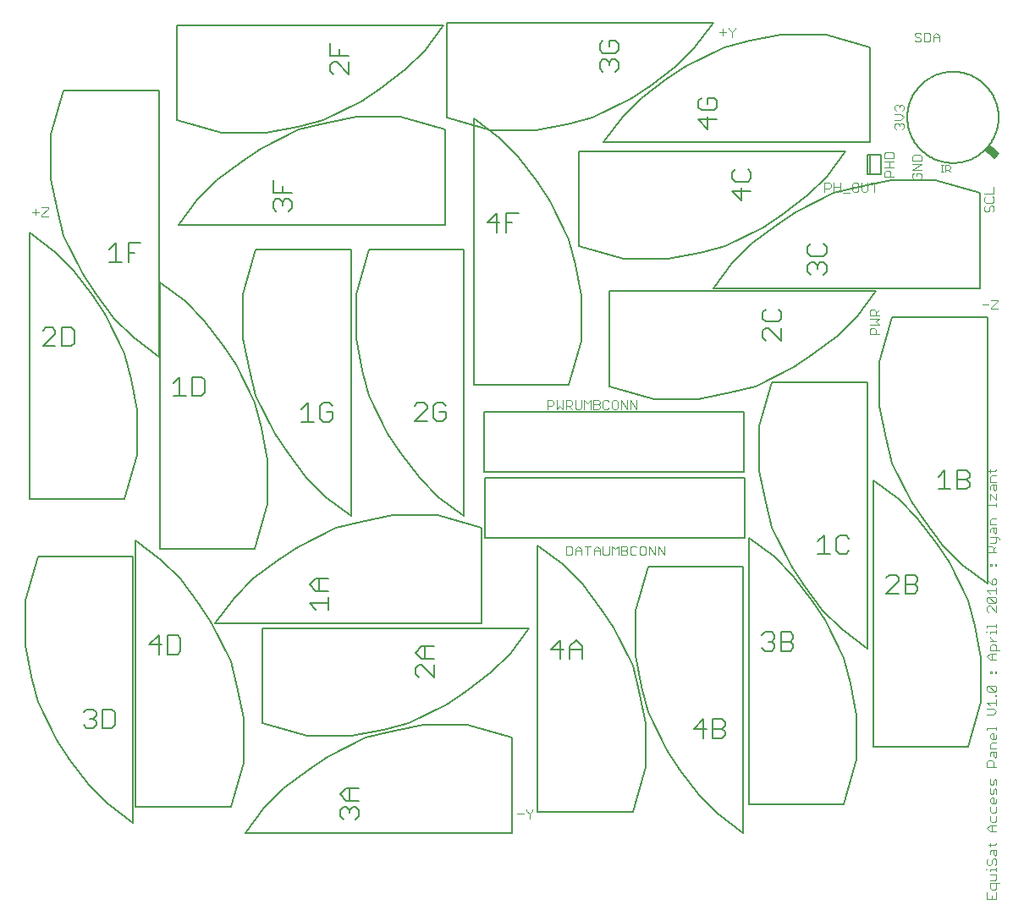
<source format=gto>
G75*
%MOIN*%
%OFA0B0*%
%FSLAX25Y25*%
%IPPOS*%
%LPD*%
%AMOC8*
5,1,8,0,0,1.08239X$1,22.5*
%
%ADD10C,0.00300*%
%ADD11C,0.00500*%
%ADD12C,0.00600*%
%ADD13C,0.00787*%
%ADD14C,0.00197*%
%ADD15C,0.00200*%
D10*
X0261977Y0056120D02*
X0264404Y0056120D01*
X0265602Y0057333D02*
X0266815Y0056120D01*
X0266815Y0054300D01*
X0266815Y0056120D02*
X0268029Y0057333D01*
X0268029Y0057940D01*
X0265602Y0057940D02*
X0265602Y0057333D01*
X0281195Y0158079D02*
X0283015Y0158079D01*
X0283621Y0158686D01*
X0283621Y0161113D01*
X0283015Y0161719D01*
X0281195Y0161719D01*
X0281195Y0158079D01*
X0284820Y0158079D02*
X0284820Y0160506D01*
X0286033Y0161719D01*
X0287247Y0160506D01*
X0287247Y0158079D01*
X0287247Y0159899D02*
X0284820Y0159899D01*
X0288445Y0161719D02*
X0290872Y0161719D01*
X0289658Y0161719D02*
X0289658Y0158079D01*
X0292070Y0158079D02*
X0292070Y0160506D01*
X0293283Y0161719D01*
X0294497Y0160506D01*
X0294497Y0158079D01*
X0295695Y0158686D02*
X0296302Y0158079D01*
X0297515Y0158079D01*
X0298122Y0158686D01*
X0298122Y0161719D01*
X0299320Y0161719D02*
X0300534Y0160506D01*
X0301747Y0161719D01*
X0301747Y0158079D01*
X0302945Y0158079D02*
X0304766Y0158079D01*
X0305372Y0158686D01*
X0305372Y0159292D01*
X0304766Y0159899D01*
X0302945Y0159899D01*
X0302945Y0158079D02*
X0302945Y0161719D01*
X0304766Y0161719D01*
X0305372Y0161113D01*
X0305372Y0160506D01*
X0304766Y0159899D01*
X0306571Y0158686D02*
X0307177Y0158079D01*
X0308391Y0158079D01*
X0308997Y0158686D01*
X0310196Y0158686D02*
X0310802Y0158079D01*
X0312016Y0158079D01*
X0312622Y0158686D01*
X0312622Y0161113D01*
X0312016Y0161719D01*
X0310802Y0161719D01*
X0310196Y0161113D01*
X0310196Y0158686D01*
X0308997Y0161113D02*
X0308391Y0161719D01*
X0307177Y0161719D01*
X0306571Y0161113D01*
X0306571Y0158686D01*
X0313821Y0158079D02*
X0313821Y0161719D01*
X0316248Y0158079D01*
X0316248Y0161719D01*
X0317446Y0161719D02*
X0319873Y0158079D01*
X0319873Y0161719D01*
X0317446Y0161719D02*
X0317446Y0158079D01*
X0299320Y0158079D02*
X0299320Y0161719D01*
X0295695Y0161719D02*
X0295695Y0158686D01*
X0294497Y0159899D02*
X0292070Y0159899D01*
X0291961Y0215599D02*
X0293781Y0215599D01*
X0294388Y0216205D01*
X0294388Y0216812D01*
X0293781Y0217419D01*
X0291961Y0217419D01*
X0291961Y0219239D02*
X0293781Y0219239D01*
X0294388Y0218632D01*
X0294388Y0218026D01*
X0293781Y0217419D01*
X0295586Y0218632D02*
X0295586Y0216205D01*
X0296193Y0215599D01*
X0297406Y0215599D01*
X0298013Y0216205D01*
X0299212Y0216205D02*
X0299818Y0215599D01*
X0301032Y0215599D01*
X0301638Y0216205D01*
X0301638Y0218632D01*
X0301032Y0219239D01*
X0299818Y0219239D01*
X0299212Y0218632D01*
X0299212Y0216205D01*
X0298013Y0218632D02*
X0297406Y0219239D01*
X0296193Y0219239D01*
X0295586Y0218632D01*
X0291961Y0219239D02*
X0291961Y0215599D01*
X0290763Y0215599D02*
X0290763Y0219239D01*
X0289549Y0218026D01*
X0288336Y0219239D01*
X0288336Y0215599D01*
X0287138Y0216205D02*
X0287138Y0219239D01*
X0284711Y0219239D02*
X0284711Y0216205D01*
X0285318Y0215599D01*
X0286531Y0215599D01*
X0287138Y0216205D01*
X0283513Y0215599D02*
X0282299Y0216812D01*
X0282906Y0216812D02*
X0281086Y0216812D01*
X0281086Y0215599D02*
X0281086Y0219239D01*
X0282906Y0219239D01*
X0283513Y0218632D01*
X0283513Y0217419D01*
X0282906Y0216812D01*
X0279887Y0215599D02*
X0279887Y0219239D01*
X0277461Y0219239D02*
X0277461Y0215599D01*
X0278674Y0216812D01*
X0279887Y0215599D01*
X0276262Y0217419D02*
X0275656Y0216812D01*
X0273836Y0216812D01*
X0273836Y0215599D02*
X0273836Y0219239D01*
X0275656Y0219239D01*
X0276262Y0218632D01*
X0276262Y0217419D01*
X0302837Y0215599D02*
X0302837Y0219239D01*
X0305263Y0215599D01*
X0305263Y0219239D01*
X0306462Y0219239D02*
X0308889Y0215599D01*
X0308889Y0219239D01*
X0306462Y0219239D02*
X0306462Y0215599D01*
X0400753Y0245244D02*
X0400753Y0247065D01*
X0401360Y0247671D01*
X0402573Y0247671D01*
X0403180Y0247065D01*
X0403180Y0245244D01*
X0404393Y0245244D02*
X0400753Y0245244D01*
X0400753Y0248870D02*
X0404393Y0248870D01*
X0403180Y0250083D01*
X0404393Y0251296D01*
X0400753Y0251296D01*
X0400753Y0252495D02*
X0400753Y0254315D01*
X0401360Y0254921D01*
X0402573Y0254921D01*
X0403180Y0254315D01*
X0403180Y0252495D01*
X0403180Y0253708D02*
X0404393Y0254921D01*
X0404393Y0252495D02*
X0400753Y0252495D01*
X0445048Y0256907D02*
X0447474Y0256907D01*
X0448673Y0255694D02*
X0448673Y0255087D01*
X0451100Y0255087D01*
X0448673Y0255694D02*
X0451100Y0258120D01*
X0451100Y0258727D01*
X0448673Y0258727D01*
X0449062Y0293424D02*
X0449669Y0294031D01*
X0449669Y0295244D01*
X0449062Y0295851D01*
X0448456Y0295851D01*
X0447849Y0295244D01*
X0447849Y0294031D01*
X0447242Y0293424D01*
X0446635Y0293424D01*
X0446029Y0294031D01*
X0446029Y0295244D01*
X0446635Y0295851D01*
X0446635Y0297049D02*
X0449062Y0297049D01*
X0449669Y0297656D01*
X0449669Y0298869D01*
X0449062Y0299476D01*
X0449669Y0300674D02*
X0449669Y0303101D01*
X0449669Y0300674D02*
X0446029Y0300674D01*
X0446635Y0299476D02*
X0446029Y0298869D01*
X0446029Y0297656D01*
X0446635Y0297049D01*
X0421126Y0306875D02*
X0421126Y0308088D01*
X0420519Y0308695D01*
X0419306Y0308695D01*
X0419306Y0307481D01*
X0420519Y0306268D02*
X0421126Y0306875D01*
X0420519Y0306268D02*
X0418092Y0306268D01*
X0417485Y0306875D01*
X0417485Y0308088D01*
X0418092Y0308695D01*
X0417485Y0309893D02*
X0421126Y0312320D01*
X0417485Y0312320D01*
X0417485Y0313518D02*
X0417485Y0315338D01*
X0418092Y0315945D01*
X0420519Y0315945D01*
X0421126Y0315338D01*
X0421126Y0313518D01*
X0417485Y0313518D01*
X0417485Y0309893D02*
X0421126Y0309893D01*
X0410240Y0310896D02*
X0406537Y0310896D01*
X0407154Y0309682D02*
X0408388Y0309682D01*
X0409005Y0309065D01*
X0409005Y0307213D01*
X0410240Y0307213D02*
X0406537Y0307213D01*
X0406537Y0309065D01*
X0407154Y0309682D01*
X0408388Y0310896D02*
X0408388Y0313365D01*
X0406537Y0313365D02*
X0410240Y0313365D01*
X0410240Y0314579D02*
X0410240Y0316431D01*
X0409623Y0317048D01*
X0407154Y0317048D01*
X0406537Y0316431D01*
X0406537Y0314579D01*
X0410240Y0314579D01*
X0403592Y0304987D02*
X0401165Y0304987D01*
X0399967Y0304987D02*
X0399967Y0301954D01*
X0399360Y0301347D01*
X0398147Y0301347D01*
X0397540Y0301954D01*
X0397540Y0304987D01*
X0396342Y0304380D02*
X0395735Y0304987D01*
X0394522Y0304987D01*
X0393915Y0304380D01*
X0393915Y0301954D01*
X0394522Y0301347D01*
X0395735Y0301347D01*
X0396342Y0301954D01*
X0396342Y0304380D01*
X0392717Y0300740D02*
X0390290Y0300740D01*
X0389092Y0301347D02*
X0389092Y0304987D01*
X0389092Y0303167D02*
X0386665Y0303167D01*
X0385466Y0303167D02*
X0384860Y0302560D01*
X0383040Y0302560D01*
X0383040Y0301347D02*
X0383040Y0304987D01*
X0384860Y0304987D01*
X0385466Y0304380D01*
X0385466Y0303167D01*
X0386665Y0301347D02*
X0386665Y0304987D01*
X0402379Y0304987D02*
X0402379Y0301347D01*
X0411202Y0325953D02*
X0410596Y0326560D01*
X0410596Y0327773D01*
X0411202Y0328380D01*
X0411809Y0328380D01*
X0412416Y0327773D01*
X0413022Y0328380D01*
X0413629Y0328380D01*
X0414236Y0327773D01*
X0414236Y0326560D01*
X0413629Y0325953D01*
X0412416Y0327167D02*
X0412416Y0327773D01*
X0413022Y0329578D02*
X0414236Y0330792D01*
X0413022Y0332005D01*
X0410596Y0332005D01*
X0411202Y0333203D02*
X0410596Y0333810D01*
X0410596Y0335023D01*
X0411202Y0335630D01*
X0411809Y0335630D01*
X0412416Y0335023D01*
X0413022Y0335630D01*
X0413629Y0335630D01*
X0414236Y0335023D01*
X0414236Y0333810D01*
X0413629Y0333203D01*
X0412416Y0334417D02*
X0412416Y0335023D01*
X0413022Y0329578D02*
X0410596Y0329578D01*
X0419080Y0360402D02*
X0418473Y0361009D01*
X0419080Y0360402D02*
X0420293Y0360402D01*
X0420900Y0361009D01*
X0420900Y0361615D01*
X0420293Y0362222D01*
X0419080Y0362222D01*
X0418473Y0362829D01*
X0418473Y0363435D01*
X0419080Y0364042D01*
X0420293Y0364042D01*
X0420900Y0363435D01*
X0422098Y0364042D02*
X0423918Y0364042D01*
X0424525Y0363435D01*
X0424525Y0361009D01*
X0423918Y0360402D01*
X0422098Y0360402D01*
X0422098Y0364042D01*
X0425723Y0362829D02*
X0425723Y0360402D01*
X0425723Y0362222D02*
X0428150Y0362222D01*
X0428150Y0362829D02*
X0428150Y0360402D01*
X0428150Y0362829D02*
X0426936Y0364042D01*
X0425723Y0362829D01*
X0347753Y0365404D02*
X0347753Y0366011D01*
X0347753Y0365404D02*
X0346540Y0364191D01*
X0346540Y0362370D01*
X0346540Y0364191D02*
X0345326Y0365404D01*
X0345326Y0366011D01*
X0344128Y0364191D02*
X0341701Y0364191D01*
X0342915Y0365404D02*
X0342915Y0362977D01*
X0448226Y0191875D02*
X0448226Y0190662D01*
X0447620Y0191269D02*
X0450046Y0191269D01*
X0450653Y0191875D01*
X0450653Y0189463D02*
X0448833Y0189463D01*
X0448226Y0188857D01*
X0448226Y0187037D01*
X0450653Y0187037D01*
X0450653Y0185838D02*
X0450653Y0184018D01*
X0450046Y0183412D01*
X0449440Y0184018D01*
X0449440Y0185838D01*
X0448833Y0185838D02*
X0450653Y0185838D01*
X0448833Y0185838D02*
X0448226Y0185232D01*
X0448226Y0184018D01*
X0448226Y0182213D02*
X0450653Y0179786D01*
X0450653Y0182213D01*
X0448226Y0182213D02*
X0448226Y0179786D01*
X0447013Y0178583D02*
X0447013Y0177370D01*
X0447013Y0177976D02*
X0450653Y0177976D01*
X0450653Y0177370D02*
X0450653Y0178583D01*
X0450653Y0172546D02*
X0448833Y0172546D01*
X0448226Y0171940D01*
X0448226Y0170119D01*
X0450653Y0170119D01*
X0450653Y0168921D02*
X0450653Y0167101D01*
X0450046Y0166494D01*
X0449440Y0167101D01*
X0449440Y0168921D01*
X0448833Y0168921D02*
X0450653Y0168921D01*
X0448833Y0168921D02*
X0448226Y0168314D01*
X0448226Y0167101D01*
X0448226Y0165296D02*
X0451260Y0165296D01*
X0451867Y0164689D01*
X0451867Y0164083D01*
X0450653Y0163476D02*
X0450653Y0165296D01*
X0450653Y0163476D02*
X0450046Y0162869D01*
X0448226Y0162869D01*
X0447620Y0161671D02*
X0448833Y0161671D01*
X0449440Y0161064D01*
X0449440Y0159244D01*
X0450653Y0159244D02*
X0447013Y0159244D01*
X0447013Y0161064D01*
X0447620Y0161671D01*
X0449440Y0160457D02*
X0450653Y0161671D01*
X0450653Y0154413D02*
X0450653Y0153806D01*
X0450046Y0153806D01*
X0450046Y0154413D01*
X0450653Y0154413D01*
X0448833Y0154413D02*
X0448833Y0153806D01*
X0448226Y0153806D01*
X0448226Y0154413D01*
X0448833Y0154413D01*
X0449440Y0148983D02*
X0448833Y0148376D01*
X0448833Y0146556D01*
X0450046Y0146556D01*
X0450653Y0147163D01*
X0450653Y0148376D01*
X0450046Y0148983D01*
X0449440Y0148983D01*
X0447620Y0147769D02*
X0447013Y0148983D01*
X0447620Y0147769D02*
X0448833Y0146556D01*
X0450653Y0145358D02*
X0450653Y0142931D01*
X0450653Y0144144D02*
X0447013Y0144144D01*
X0448226Y0142931D01*
X0447620Y0141733D02*
X0450046Y0139306D01*
X0450653Y0139912D01*
X0450653Y0141126D01*
X0450046Y0141733D01*
X0447620Y0141733D01*
X0447013Y0141126D01*
X0447013Y0139912D01*
X0447620Y0139306D01*
X0450046Y0139306D01*
X0450653Y0138107D02*
X0450653Y0135681D01*
X0448226Y0138107D01*
X0447620Y0138107D01*
X0447013Y0137501D01*
X0447013Y0136287D01*
X0447620Y0135681D01*
X0447013Y0130245D02*
X0450653Y0130245D01*
X0450653Y0129639D02*
X0450653Y0130852D01*
X0450653Y0128435D02*
X0450653Y0127222D01*
X0450653Y0127829D02*
X0448226Y0127829D01*
X0448226Y0127222D01*
X0448226Y0126021D02*
X0448226Y0125414D01*
X0449440Y0124201D01*
X0450653Y0124201D02*
X0448226Y0124201D01*
X0448833Y0123003D02*
X0450046Y0123003D01*
X0450653Y0122396D01*
X0450653Y0120576D01*
X0450653Y0119378D02*
X0448226Y0119378D01*
X0447013Y0118164D01*
X0448226Y0116951D01*
X0450653Y0116951D01*
X0448833Y0116951D02*
X0448833Y0119378D01*
X0448226Y0120576D02*
X0448226Y0122396D01*
X0448833Y0123003D01*
X0448226Y0120576D02*
X0451867Y0120576D01*
X0450653Y0112120D02*
X0450653Y0111513D01*
X0450046Y0111513D01*
X0450046Y0112120D01*
X0450653Y0112120D01*
X0448833Y0112120D02*
X0448833Y0111513D01*
X0448226Y0111513D01*
X0448226Y0112120D01*
X0448833Y0112120D01*
X0447620Y0106690D02*
X0450046Y0104263D01*
X0450653Y0104870D01*
X0450653Y0106083D01*
X0450046Y0106690D01*
X0447620Y0106690D01*
X0447013Y0106083D01*
X0447013Y0104870D01*
X0447620Y0104263D01*
X0450046Y0104263D01*
X0450046Y0103057D02*
X0450653Y0103057D01*
X0450653Y0102450D01*
X0450046Y0102450D01*
X0450046Y0103057D01*
X0450653Y0101252D02*
X0450653Y0098825D01*
X0450653Y0100038D02*
X0447013Y0100038D01*
X0448226Y0098825D01*
X0447013Y0097627D02*
X0449440Y0097627D01*
X0450653Y0096413D01*
X0449440Y0095200D01*
X0447013Y0095200D01*
X0447013Y0089765D02*
X0450653Y0089765D01*
X0450653Y0090371D02*
X0450653Y0089158D01*
X0449440Y0087960D02*
X0449440Y0085533D01*
X0450046Y0085533D02*
X0448833Y0085533D01*
X0448226Y0086140D01*
X0448226Y0087353D01*
X0448833Y0087960D01*
X0449440Y0087960D01*
X0450653Y0087353D02*
X0450653Y0086140D01*
X0450046Y0085533D01*
X0450653Y0084335D02*
X0448833Y0084335D01*
X0448226Y0083728D01*
X0448226Y0081908D01*
X0450653Y0081908D01*
X0450653Y0080709D02*
X0450653Y0078889D01*
X0450046Y0078283D01*
X0449440Y0078889D01*
X0449440Y0080709D01*
X0448833Y0080709D02*
X0450653Y0080709D01*
X0448833Y0080709D02*
X0448226Y0080103D01*
X0448226Y0078889D01*
X0447620Y0077084D02*
X0448833Y0077084D01*
X0449440Y0076478D01*
X0449440Y0074658D01*
X0450653Y0074658D02*
X0447013Y0074658D01*
X0447013Y0076478D01*
X0447620Y0077084D01*
X0448226Y0069834D02*
X0448226Y0068014D01*
X0448833Y0067407D01*
X0449440Y0068014D01*
X0449440Y0069227D01*
X0450046Y0069834D01*
X0450653Y0069227D01*
X0450653Y0067407D01*
X0450046Y0066209D02*
X0449440Y0065602D01*
X0449440Y0064389D01*
X0448833Y0063782D01*
X0448226Y0064389D01*
X0448226Y0066209D01*
X0450046Y0066209D02*
X0450653Y0065602D01*
X0450653Y0063782D01*
X0449440Y0062584D02*
X0449440Y0060157D01*
X0450046Y0060157D02*
X0448833Y0060157D01*
X0448226Y0060764D01*
X0448226Y0061977D01*
X0448833Y0062584D01*
X0449440Y0062584D01*
X0450653Y0061977D02*
X0450653Y0060764D01*
X0450046Y0060157D01*
X0450653Y0058959D02*
X0450653Y0057139D01*
X0450046Y0056532D01*
X0448833Y0056532D01*
X0448226Y0057139D01*
X0448226Y0058959D01*
X0448226Y0055333D02*
X0448226Y0053513D01*
X0448833Y0052907D01*
X0450046Y0052907D01*
X0450653Y0053513D01*
X0450653Y0055333D01*
X0450653Y0051708D02*
X0448226Y0051708D01*
X0447013Y0050495D01*
X0448226Y0049282D01*
X0450653Y0049282D01*
X0448833Y0049282D02*
X0448833Y0051708D01*
X0448226Y0044453D02*
X0448226Y0043240D01*
X0447620Y0043846D02*
X0450046Y0043846D01*
X0450653Y0044453D01*
X0450653Y0042041D02*
X0450653Y0040221D01*
X0450046Y0039615D01*
X0449440Y0040221D01*
X0449440Y0042041D01*
X0448833Y0042041D02*
X0450653Y0042041D01*
X0448833Y0042041D02*
X0448226Y0041435D01*
X0448226Y0040221D01*
X0447620Y0038416D02*
X0447013Y0037810D01*
X0447013Y0036596D01*
X0447620Y0035989D01*
X0448226Y0035989D01*
X0448833Y0036596D01*
X0448833Y0037810D01*
X0449440Y0038416D01*
X0450046Y0038416D01*
X0450653Y0037810D01*
X0450653Y0036596D01*
X0450046Y0035989D01*
X0450653Y0034786D02*
X0450653Y0033573D01*
X0450653Y0034179D02*
X0448226Y0034179D01*
X0448226Y0033573D01*
X0448226Y0032374D02*
X0450653Y0032374D01*
X0450653Y0030554D01*
X0450046Y0029948D01*
X0448226Y0029948D01*
X0448226Y0028749D02*
X0448226Y0026929D01*
X0448833Y0026322D01*
X0450046Y0026322D01*
X0450653Y0026929D01*
X0450653Y0028749D01*
X0451867Y0028749D02*
X0448226Y0028749D01*
X0447013Y0025124D02*
X0447013Y0022697D01*
X0450653Y0022697D01*
X0450653Y0025124D01*
X0448833Y0023911D02*
X0448833Y0022697D01*
X0447013Y0034179D02*
X0446406Y0034179D01*
X0447013Y0089158D02*
X0447013Y0089765D01*
X0447013Y0127829D02*
X0446406Y0127829D01*
X0447013Y0129639D02*
X0447013Y0130245D01*
X0077084Y0291504D02*
X0074657Y0291504D01*
X0074657Y0292111D01*
X0077084Y0294538D01*
X0077084Y0295144D01*
X0074657Y0295144D01*
X0073459Y0293324D02*
X0071032Y0293324D01*
X0072245Y0292111D02*
X0072245Y0294538D01*
D11*
X0085567Y0077654D02*
X0093067Y0067654D01*
X0100567Y0060154D01*
X0110567Y0052654D01*
X0110567Y0157654D01*
X0073067Y0157654D01*
X0068067Y0140154D01*
X0068067Y0122654D01*
X0070567Y0110154D01*
X0073067Y0100154D01*
X0080567Y0085154D01*
X0085567Y0077654D01*
X0111709Y0058756D02*
X0111709Y0163756D01*
X0121709Y0156256D01*
X0129209Y0148756D01*
X0136709Y0138756D01*
X0141709Y0131256D01*
X0149209Y0116256D01*
X0151709Y0106256D01*
X0154209Y0093756D01*
X0154209Y0076256D01*
X0149209Y0058756D01*
X0111709Y0058756D01*
X0154858Y0048717D02*
X0259858Y0048717D01*
X0259858Y0086217D01*
X0242358Y0091217D01*
X0224858Y0091217D01*
X0212358Y0088717D01*
X0202358Y0086217D01*
X0187358Y0078717D01*
X0179858Y0073717D01*
X0169858Y0066217D01*
X0162358Y0058717D01*
X0154858Y0048717D01*
X0161591Y0091768D02*
X0179091Y0086768D01*
X0196591Y0086768D01*
X0209091Y0089268D01*
X0219091Y0091768D01*
X0234091Y0099268D01*
X0241591Y0104268D01*
X0251591Y0111768D01*
X0259091Y0119268D01*
X0266591Y0129268D01*
X0161591Y0129268D01*
X0161591Y0091768D01*
X0142890Y0131394D02*
X0247890Y0131394D01*
X0247890Y0168894D01*
X0230390Y0173894D01*
X0212890Y0173894D01*
X0200390Y0171394D01*
X0190390Y0168894D01*
X0175390Y0161394D01*
X0167890Y0156394D01*
X0157890Y0148894D01*
X0150390Y0141394D01*
X0142890Y0131394D01*
X0158657Y0160606D02*
X0121157Y0160606D01*
X0121157Y0265606D01*
X0131157Y0258106D01*
X0138657Y0250606D01*
X0146157Y0240606D01*
X0151157Y0233106D01*
X0158657Y0218106D01*
X0161157Y0208106D01*
X0163657Y0195606D01*
X0163657Y0178106D01*
X0158657Y0160606D01*
X0186394Y0180902D02*
X0178894Y0188402D01*
X0171394Y0198402D01*
X0166394Y0205902D01*
X0158894Y0220902D01*
X0156394Y0230902D01*
X0153894Y0243402D01*
X0153894Y0260902D01*
X0158894Y0278402D01*
X0196394Y0278402D01*
X0196394Y0173402D01*
X0186394Y0180902D01*
X0215882Y0198559D02*
X0210882Y0206059D01*
X0203382Y0221059D01*
X0200882Y0231059D01*
X0198382Y0243559D01*
X0198382Y0261059D01*
X0203382Y0278559D01*
X0240882Y0278559D01*
X0240882Y0173559D01*
X0230882Y0181059D01*
X0223382Y0188559D01*
X0215882Y0198559D01*
X0244780Y0225094D02*
X0244780Y0330094D01*
X0254780Y0322594D01*
X0262280Y0315094D01*
X0269780Y0305094D01*
X0274780Y0297594D01*
X0282280Y0282594D01*
X0284780Y0272594D01*
X0287280Y0260094D01*
X0287280Y0242594D01*
X0282280Y0225094D01*
X0244780Y0225094D01*
X0298244Y0224642D02*
X0298244Y0262142D01*
X0403244Y0262142D01*
X0395744Y0252142D01*
X0388244Y0244642D01*
X0378244Y0237142D01*
X0370744Y0232142D01*
X0355744Y0224642D01*
X0345744Y0222142D01*
X0333244Y0219642D01*
X0315744Y0219642D01*
X0298244Y0224642D01*
X0339071Y0263283D02*
X0444071Y0263283D01*
X0444071Y0300783D01*
X0426571Y0305783D01*
X0409071Y0305783D01*
X0396571Y0303283D01*
X0386571Y0300783D01*
X0371571Y0293283D01*
X0364071Y0288283D01*
X0354071Y0280783D01*
X0346571Y0273283D01*
X0339071Y0263283D01*
X0333776Y0277260D02*
X0321276Y0274760D01*
X0303776Y0274760D01*
X0286276Y0279760D01*
X0286276Y0317260D01*
X0391276Y0317260D01*
X0383776Y0307260D01*
X0376276Y0299760D01*
X0366276Y0292260D01*
X0358776Y0287260D01*
X0343776Y0279760D01*
X0333776Y0277260D01*
X0295921Y0320764D02*
X0400921Y0320764D01*
X0400921Y0358264D01*
X0383421Y0363264D01*
X0365921Y0363264D01*
X0353421Y0360764D01*
X0343421Y0358264D01*
X0328421Y0350764D01*
X0320921Y0345764D01*
X0310921Y0338264D01*
X0303421Y0330764D01*
X0295921Y0320764D01*
X0291610Y0330547D02*
X0281610Y0328047D01*
X0269110Y0325547D01*
X0251610Y0325547D01*
X0234110Y0330547D01*
X0234110Y0368047D01*
X0339110Y0368047D01*
X0331610Y0358047D01*
X0324110Y0350547D01*
X0314110Y0343047D01*
X0306610Y0338047D01*
X0291610Y0330547D01*
X0233441Y0325783D02*
X0233441Y0288283D01*
X0128441Y0288283D01*
X0135941Y0298283D01*
X0143441Y0305783D01*
X0153441Y0313283D01*
X0160941Y0318283D01*
X0175941Y0325783D01*
X0185941Y0328283D01*
X0198441Y0330783D01*
X0215941Y0330783D01*
X0233441Y0325783D01*
X0217969Y0349563D02*
X0207969Y0342063D01*
X0200469Y0337063D01*
X0185469Y0329563D01*
X0175469Y0327063D01*
X0162969Y0324563D01*
X0145469Y0324563D01*
X0127969Y0329563D01*
X0127969Y0367063D01*
X0232969Y0367063D01*
X0225469Y0357063D01*
X0217969Y0349563D01*
X0120803Y0341394D02*
X0120803Y0236394D01*
X0110803Y0243894D01*
X0103303Y0251394D01*
X0095803Y0261394D01*
X0090803Y0268894D01*
X0083303Y0283894D01*
X0080803Y0293894D01*
X0078303Y0306394D01*
X0078303Y0323894D01*
X0083303Y0341394D01*
X0120803Y0341394D01*
X0079780Y0277634D02*
X0069780Y0285134D01*
X0069780Y0180134D01*
X0107280Y0180134D01*
X0112280Y0197634D01*
X0112280Y0215134D01*
X0109780Y0227634D01*
X0107280Y0237634D01*
X0099780Y0252634D01*
X0094780Y0260134D01*
X0087280Y0270134D01*
X0079780Y0277634D01*
X0269976Y0161945D02*
X0269976Y0056945D01*
X0307476Y0056945D01*
X0312476Y0074445D01*
X0312476Y0091945D01*
X0309976Y0104445D01*
X0307476Y0114445D01*
X0299976Y0129445D01*
X0294976Y0136945D01*
X0287476Y0146945D01*
X0279976Y0154445D01*
X0269976Y0161945D01*
X0313421Y0153717D02*
X0308421Y0136217D01*
X0308421Y0118717D01*
X0310921Y0106217D01*
X0313421Y0096217D01*
X0320921Y0081217D01*
X0325921Y0073717D01*
X0333421Y0063717D01*
X0340921Y0056217D01*
X0350921Y0048717D01*
X0350921Y0153717D01*
X0313421Y0153717D01*
X0353047Y0165055D02*
X0353047Y0060055D01*
X0390547Y0060055D01*
X0395547Y0077555D01*
X0395547Y0095055D01*
X0393047Y0107555D01*
X0390547Y0117555D01*
X0383047Y0132555D01*
X0378047Y0140055D01*
X0370547Y0150055D01*
X0363047Y0157555D01*
X0353047Y0165055D01*
X0362240Y0168736D02*
X0359740Y0178736D01*
X0357240Y0191236D01*
X0357240Y0208736D01*
X0362240Y0226236D01*
X0399740Y0226236D01*
X0399740Y0121236D01*
X0389740Y0128736D01*
X0382240Y0136236D01*
X0374740Y0146236D01*
X0369740Y0153736D01*
X0362240Y0168736D01*
X0402063Y0187693D02*
X0402063Y0082693D01*
X0439563Y0082693D01*
X0444563Y0100193D01*
X0444563Y0117693D01*
X0442063Y0130193D01*
X0439563Y0140193D01*
X0432063Y0155193D01*
X0427063Y0162693D01*
X0419563Y0172693D01*
X0412063Y0180193D01*
X0402063Y0187693D01*
X0409681Y0194327D02*
X0407181Y0204327D01*
X0404681Y0216827D01*
X0404681Y0234327D01*
X0409681Y0251827D01*
X0447181Y0251827D01*
X0447181Y0146827D01*
X0437181Y0154327D01*
X0429681Y0161827D01*
X0422181Y0171827D01*
X0417181Y0179327D01*
X0409681Y0194327D01*
X0405055Y0308126D02*
X0400724Y0308126D01*
X0400724Y0316000D01*
X0405055Y0316000D01*
X0405055Y0308126D01*
X0400724Y0308126D02*
X0399937Y0308126D01*
X0399937Y0316000D01*
X0400724Y0316000D01*
X0415583Y0330646D02*
X0415588Y0331087D01*
X0415605Y0331528D01*
X0415632Y0331968D01*
X0415670Y0332408D01*
X0415718Y0332846D01*
X0415778Y0333284D01*
X0415848Y0333719D01*
X0415928Y0334153D01*
X0416020Y0334585D01*
X0416122Y0335014D01*
X0416234Y0335440D01*
X0416357Y0335864D01*
X0416490Y0336285D01*
X0416634Y0336702D01*
X0416788Y0337115D01*
X0416951Y0337525D01*
X0417125Y0337931D01*
X0417309Y0338332D01*
X0417502Y0338728D01*
X0417706Y0339120D01*
X0417918Y0339506D01*
X0418140Y0339888D01*
X0418372Y0340263D01*
X0418613Y0340633D01*
X0418862Y0340997D01*
X0419121Y0341354D01*
X0419388Y0341705D01*
X0419663Y0342050D01*
X0419947Y0342387D01*
X0420240Y0342718D01*
X0420540Y0343041D01*
X0420848Y0343357D01*
X0421164Y0343665D01*
X0421487Y0343965D01*
X0421818Y0344258D01*
X0422155Y0344542D01*
X0422500Y0344817D01*
X0422851Y0345084D01*
X0423208Y0345343D01*
X0423572Y0345592D01*
X0423942Y0345833D01*
X0424317Y0346065D01*
X0424699Y0346287D01*
X0425085Y0346499D01*
X0425477Y0346703D01*
X0425873Y0346896D01*
X0426274Y0347080D01*
X0426680Y0347254D01*
X0427090Y0347417D01*
X0427503Y0347571D01*
X0427920Y0347715D01*
X0428341Y0347848D01*
X0428765Y0347971D01*
X0429191Y0348083D01*
X0429620Y0348185D01*
X0430052Y0348277D01*
X0430486Y0348357D01*
X0430921Y0348427D01*
X0431359Y0348487D01*
X0431797Y0348535D01*
X0432237Y0348573D01*
X0432677Y0348600D01*
X0433118Y0348617D01*
X0433559Y0348622D01*
X0434000Y0348617D01*
X0434441Y0348600D01*
X0434881Y0348573D01*
X0435321Y0348535D01*
X0435759Y0348487D01*
X0436197Y0348427D01*
X0436632Y0348357D01*
X0437066Y0348277D01*
X0437498Y0348185D01*
X0437927Y0348083D01*
X0438353Y0347971D01*
X0438777Y0347848D01*
X0439198Y0347715D01*
X0439615Y0347571D01*
X0440028Y0347417D01*
X0440438Y0347254D01*
X0440844Y0347080D01*
X0441245Y0346896D01*
X0441641Y0346703D01*
X0442033Y0346499D01*
X0442419Y0346287D01*
X0442801Y0346065D01*
X0443176Y0345833D01*
X0443546Y0345592D01*
X0443910Y0345343D01*
X0444267Y0345084D01*
X0444618Y0344817D01*
X0444963Y0344542D01*
X0445300Y0344258D01*
X0445631Y0343965D01*
X0445954Y0343665D01*
X0446270Y0343357D01*
X0446578Y0343041D01*
X0446878Y0342718D01*
X0447171Y0342387D01*
X0447455Y0342050D01*
X0447730Y0341705D01*
X0447997Y0341354D01*
X0448256Y0340997D01*
X0448505Y0340633D01*
X0448746Y0340263D01*
X0448978Y0339888D01*
X0449200Y0339506D01*
X0449412Y0339120D01*
X0449616Y0338728D01*
X0449809Y0338332D01*
X0449993Y0337931D01*
X0450167Y0337525D01*
X0450330Y0337115D01*
X0450484Y0336702D01*
X0450628Y0336285D01*
X0450761Y0335864D01*
X0450884Y0335440D01*
X0450996Y0335014D01*
X0451098Y0334585D01*
X0451190Y0334153D01*
X0451270Y0333719D01*
X0451340Y0333284D01*
X0451400Y0332846D01*
X0451448Y0332408D01*
X0451486Y0331968D01*
X0451513Y0331528D01*
X0451530Y0331087D01*
X0451535Y0330646D01*
X0451530Y0330205D01*
X0451513Y0329764D01*
X0451486Y0329324D01*
X0451448Y0328884D01*
X0451400Y0328446D01*
X0451340Y0328008D01*
X0451270Y0327573D01*
X0451190Y0327139D01*
X0451098Y0326707D01*
X0450996Y0326278D01*
X0450884Y0325852D01*
X0450761Y0325428D01*
X0450628Y0325007D01*
X0450484Y0324590D01*
X0450330Y0324177D01*
X0450167Y0323767D01*
X0449993Y0323361D01*
X0449809Y0322960D01*
X0449616Y0322564D01*
X0449412Y0322172D01*
X0449200Y0321786D01*
X0448978Y0321404D01*
X0448746Y0321029D01*
X0448505Y0320659D01*
X0448256Y0320295D01*
X0447997Y0319938D01*
X0447730Y0319587D01*
X0447455Y0319242D01*
X0447171Y0318905D01*
X0446878Y0318574D01*
X0446578Y0318251D01*
X0446270Y0317935D01*
X0445954Y0317627D01*
X0445631Y0317327D01*
X0445300Y0317034D01*
X0444963Y0316750D01*
X0444618Y0316475D01*
X0444267Y0316208D01*
X0443910Y0315949D01*
X0443546Y0315700D01*
X0443176Y0315459D01*
X0442801Y0315227D01*
X0442419Y0315005D01*
X0442033Y0314793D01*
X0441641Y0314589D01*
X0441245Y0314396D01*
X0440844Y0314212D01*
X0440438Y0314038D01*
X0440028Y0313875D01*
X0439615Y0313721D01*
X0439198Y0313577D01*
X0438777Y0313444D01*
X0438353Y0313321D01*
X0437927Y0313209D01*
X0437498Y0313107D01*
X0437066Y0313015D01*
X0436632Y0312935D01*
X0436197Y0312865D01*
X0435759Y0312805D01*
X0435321Y0312757D01*
X0434881Y0312719D01*
X0434441Y0312692D01*
X0434000Y0312675D01*
X0433559Y0312670D01*
X0433118Y0312675D01*
X0432677Y0312692D01*
X0432237Y0312719D01*
X0431797Y0312757D01*
X0431359Y0312805D01*
X0430921Y0312865D01*
X0430486Y0312935D01*
X0430052Y0313015D01*
X0429620Y0313107D01*
X0429191Y0313209D01*
X0428765Y0313321D01*
X0428341Y0313444D01*
X0427920Y0313577D01*
X0427503Y0313721D01*
X0427090Y0313875D01*
X0426680Y0314038D01*
X0426274Y0314212D01*
X0425873Y0314396D01*
X0425477Y0314589D01*
X0425085Y0314793D01*
X0424699Y0315005D01*
X0424317Y0315227D01*
X0423942Y0315459D01*
X0423572Y0315700D01*
X0423208Y0315949D01*
X0422851Y0316208D01*
X0422500Y0316475D01*
X0422155Y0316750D01*
X0421818Y0317034D01*
X0421487Y0317327D01*
X0421164Y0317627D01*
X0420848Y0317935D01*
X0420540Y0318251D01*
X0420240Y0318574D01*
X0419947Y0318905D01*
X0419663Y0319242D01*
X0419388Y0319587D01*
X0419121Y0319938D01*
X0418862Y0320295D01*
X0418613Y0320659D01*
X0418372Y0321029D01*
X0418140Y0321404D01*
X0417918Y0321786D01*
X0417706Y0322172D01*
X0417502Y0322564D01*
X0417309Y0322960D01*
X0417125Y0323361D01*
X0416951Y0323767D01*
X0416788Y0324177D01*
X0416634Y0324590D01*
X0416490Y0325007D01*
X0416357Y0325428D01*
X0416234Y0325852D01*
X0416122Y0326278D01*
X0416020Y0326707D01*
X0415928Y0327139D01*
X0415848Y0327573D01*
X0415778Y0328008D01*
X0415718Y0328446D01*
X0415670Y0328884D01*
X0415632Y0329324D01*
X0415605Y0329764D01*
X0415588Y0330205D01*
X0415583Y0330646D01*
D12*
X0382536Y0280887D02*
X0383771Y0279653D01*
X0383771Y0277184D01*
X0382536Y0275950D01*
X0377599Y0275950D01*
X0376365Y0277184D01*
X0376365Y0279653D01*
X0377599Y0280887D01*
X0377599Y0273521D02*
X0378833Y0273521D01*
X0380068Y0272287D01*
X0381302Y0273521D01*
X0382536Y0273521D01*
X0383771Y0272287D01*
X0383771Y0269818D01*
X0382536Y0268583D01*
X0380068Y0271052D02*
X0380068Y0272287D01*
X0377599Y0273521D02*
X0376365Y0272287D01*
X0376365Y0269818D01*
X0377599Y0268583D01*
X0364710Y0255013D02*
X0365944Y0253779D01*
X0365944Y0251310D01*
X0364710Y0250075D01*
X0359772Y0250075D01*
X0358538Y0251310D01*
X0358538Y0253779D01*
X0359772Y0255013D01*
X0359772Y0247647D02*
X0358538Y0246412D01*
X0358538Y0243944D01*
X0359772Y0242709D01*
X0359772Y0247647D02*
X0361007Y0247647D01*
X0365944Y0242709D01*
X0365944Y0247647D01*
X0350272Y0297827D02*
X0346569Y0301530D01*
X0353976Y0301530D01*
X0352741Y0305194D02*
X0353976Y0306428D01*
X0353976Y0308897D01*
X0352741Y0310131D01*
X0347804Y0310131D02*
X0346569Y0308897D01*
X0346569Y0306428D01*
X0347804Y0305194D01*
X0352741Y0305194D01*
X0350272Y0302765D02*
X0350272Y0297827D01*
X0336918Y0326064D02*
X0336918Y0331001D01*
X0334449Y0333430D02*
X0339387Y0333430D01*
X0340621Y0334664D01*
X0340621Y0337133D01*
X0339387Y0338368D01*
X0336918Y0338368D01*
X0336918Y0335899D01*
X0334449Y0338368D02*
X0333215Y0337133D01*
X0333215Y0334664D01*
X0334449Y0333430D01*
X0333215Y0329767D02*
X0336918Y0326064D01*
X0340621Y0329767D02*
X0333215Y0329767D01*
X0301810Y0349849D02*
X0300576Y0348615D01*
X0301810Y0349849D02*
X0301810Y0352318D01*
X0300576Y0353552D01*
X0299341Y0353552D01*
X0298107Y0352318D01*
X0298107Y0351083D01*
X0298107Y0352318D02*
X0296873Y0353552D01*
X0295638Y0353552D01*
X0294404Y0352318D01*
X0294404Y0349849D01*
X0295638Y0348615D01*
X0295638Y0355981D02*
X0300576Y0355981D01*
X0301810Y0357215D01*
X0301810Y0359684D01*
X0300576Y0360918D01*
X0298107Y0360918D01*
X0298107Y0358450D01*
X0295638Y0360918D02*
X0294404Y0359684D01*
X0294404Y0357215D01*
X0295638Y0355981D01*
X0262383Y0292801D02*
X0257446Y0292801D01*
X0257446Y0285394D01*
X0253783Y0285394D02*
X0253783Y0292801D01*
X0250080Y0289098D01*
X0255017Y0289098D01*
X0257446Y0289098D02*
X0259915Y0289098D01*
X0195669Y0347630D02*
X0190731Y0352568D01*
X0189497Y0352568D01*
X0188262Y0351334D01*
X0188262Y0348865D01*
X0189497Y0347630D01*
X0195669Y0347630D02*
X0195669Y0352568D01*
X0195669Y0354997D02*
X0188262Y0354997D01*
X0188262Y0359934D01*
X0191965Y0357465D02*
X0191965Y0354997D01*
X0165735Y0305887D02*
X0165735Y0300950D01*
X0173141Y0300950D01*
X0171907Y0298521D02*
X0173141Y0297287D01*
X0173141Y0294818D01*
X0171907Y0293583D01*
X0169438Y0296052D02*
X0169438Y0297287D01*
X0170672Y0298521D01*
X0171907Y0298521D01*
X0169438Y0297287D02*
X0168203Y0298521D01*
X0166969Y0298521D01*
X0165735Y0297287D01*
X0165735Y0294818D01*
X0166969Y0293583D01*
X0169438Y0300950D02*
X0169438Y0303419D01*
X0113674Y0281100D02*
X0108737Y0281100D01*
X0108737Y0273694D01*
X0106308Y0273694D02*
X0101371Y0273694D01*
X0103839Y0273694D02*
X0103839Y0281100D01*
X0101371Y0278631D01*
X0108737Y0277397D02*
X0111206Y0277397D01*
X0086149Y0247840D02*
X0082446Y0247840D01*
X0082446Y0240434D01*
X0086149Y0240434D01*
X0087383Y0241668D01*
X0087383Y0246606D01*
X0086149Y0247840D01*
X0080017Y0246606D02*
X0078783Y0247840D01*
X0076314Y0247840D01*
X0075080Y0246606D01*
X0080017Y0246606D02*
X0080017Y0245371D01*
X0075080Y0240434D01*
X0080017Y0240434D01*
X0126457Y0225844D02*
X0128926Y0228313D01*
X0128926Y0220906D01*
X0126457Y0220906D02*
X0131395Y0220906D01*
X0133824Y0220906D02*
X0137527Y0220906D01*
X0138761Y0222141D01*
X0138761Y0227078D01*
X0137527Y0228313D01*
X0133824Y0228313D01*
X0133824Y0220906D01*
X0176961Y0215639D02*
X0179430Y0218108D01*
X0179430Y0210702D01*
X0176961Y0210702D02*
X0181899Y0210702D01*
X0184327Y0211936D02*
X0185562Y0210702D01*
X0188031Y0210702D01*
X0189265Y0211936D01*
X0189265Y0214405D01*
X0186796Y0214405D01*
X0184327Y0216874D02*
X0184327Y0211936D01*
X0184327Y0216874D02*
X0185562Y0218108D01*
X0188031Y0218108D01*
X0189265Y0216874D01*
X0221449Y0217031D02*
X0222684Y0218265D01*
X0225152Y0218265D01*
X0226387Y0217031D01*
X0226387Y0215797D01*
X0221449Y0210859D01*
X0226387Y0210859D01*
X0228816Y0212093D02*
X0230050Y0210859D01*
X0232519Y0210859D01*
X0233753Y0212093D01*
X0233753Y0214562D01*
X0231284Y0214562D01*
X0228816Y0217031D02*
X0228816Y0212093D01*
X0228816Y0217031D02*
X0230050Y0218265D01*
X0232519Y0218265D01*
X0233753Y0217031D01*
X0187590Y0148998D02*
X0182652Y0148998D01*
X0180183Y0146529D01*
X0182652Y0144060D01*
X0187590Y0144060D01*
X0187590Y0141631D02*
X0187590Y0136694D01*
X0187590Y0139162D02*
X0180183Y0139162D01*
X0182652Y0136694D01*
X0183887Y0144060D02*
X0183887Y0148998D01*
X0221884Y0119670D02*
X0224353Y0122139D01*
X0229291Y0122139D01*
X0225587Y0122139D02*
X0225587Y0117201D01*
X0224353Y0117201D02*
X0221884Y0119670D01*
X0224353Y0117201D02*
X0229291Y0117201D01*
X0229291Y0114773D02*
X0229291Y0109835D01*
X0224353Y0114773D01*
X0223119Y0114773D01*
X0221884Y0113538D01*
X0221884Y0111070D01*
X0223119Y0109835D01*
X0275276Y0120948D02*
X0280214Y0120948D01*
X0282643Y0120948D02*
X0287580Y0120948D01*
X0287580Y0122182D02*
X0287580Y0117245D01*
X0282643Y0117245D02*
X0282643Y0122182D01*
X0285111Y0124651D01*
X0287580Y0122182D01*
X0278980Y0124651D02*
X0278980Y0117245D01*
X0275276Y0120948D02*
X0278980Y0124651D01*
X0331489Y0089720D02*
X0336426Y0089720D01*
X0338855Y0089720D02*
X0342558Y0089720D01*
X0343793Y0088485D01*
X0343793Y0087251D01*
X0342558Y0086017D01*
X0338855Y0086017D01*
X0338855Y0093423D01*
X0342558Y0093423D01*
X0343793Y0092188D01*
X0343793Y0090954D01*
X0342558Y0089720D01*
X0335192Y0086017D02*
X0335192Y0093423D01*
X0331489Y0089720D01*
X0359582Y0120355D02*
X0358347Y0121590D01*
X0359582Y0120355D02*
X0362050Y0120355D01*
X0363285Y0121590D01*
X0363285Y0122824D01*
X0362050Y0124058D01*
X0360816Y0124058D01*
X0362050Y0124058D02*
X0363285Y0125293D01*
X0363285Y0126527D01*
X0362050Y0127761D01*
X0359582Y0127761D01*
X0358347Y0126527D01*
X0365714Y0127761D02*
X0365714Y0120355D01*
X0369417Y0120355D01*
X0370651Y0121590D01*
X0370651Y0122824D01*
X0369417Y0124058D01*
X0365714Y0124058D01*
X0369417Y0124058D02*
X0370651Y0125293D01*
X0370651Y0126527D01*
X0369417Y0127761D01*
X0365714Y0127761D01*
X0380308Y0158536D02*
X0385245Y0158536D01*
X0382776Y0158536D02*
X0382776Y0165943D01*
X0380308Y0163474D01*
X0387674Y0164708D02*
X0387674Y0159771D01*
X0388908Y0158536D01*
X0391377Y0158536D01*
X0392611Y0159771D01*
X0392611Y0164708D02*
X0391377Y0165943D01*
X0388908Y0165943D01*
X0387674Y0164708D01*
X0407363Y0149165D02*
X0408597Y0150399D01*
X0411066Y0150399D01*
X0412301Y0149165D01*
X0412301Y0147930D01*
X0407363Y0142993D01*
X0412301Y0142993D01*
X0414729Y0142993D02*
X0418432Y0142993D01*
X0419667Y0144227D01*
X0419667Y0145462D01*
X0418432Y0146696D01*
X0414729Y0146696D01*
X0414729Y0142993D02*
X0414729Y0150399D01*
X0418432Y0150399D01*
X0419667Y0149165D01*
X0419667Y0147930D01*
X0418432Y0146696D01*
X0427749Y0184127D02*
X0432686Y0184127D01*
X0435115Y0184127D02*
X0438818Y0184127D01*
X0440052Y0185361D01*
X0440052Y0186596D01*
X0438818Y0187830D01*
X0435115Y0187830D01*
X0438818Y0187830D02*
X0440052Y0189064D01*
X0440052Y0190299D01*
X0438818Y0191533D01*
X0435115Y0191533D01*
X0435115Y0184127D01*
X0430217Y0184127D02*
X0430217Y0191533D01*
X0427749Y0189064D01*
X0199558Y0066320D02*
X0194621Y0066320D01*
X0192152Y0063852D01*
X0194621Y0061383D01*
X0199558Y0061383D01*
X0198324Y0058954D02*
X0199558Y0057720D01*
X0199558Y0055251D01*
X0198324Y0054017D01*
X0195855Y0056485D02*
X0195855Y0057720D01*
X0197089Y0058954D01*
X0198324Y0058954D01*
X0195855Y0057720D02*
X0194621Y0058954D01*
X0193386Y0058954D01*
X0192152Y0057720D01*
X0192152Y0055251D01*
X0193386Y0054017D01*
X0195855Y0061383D02*
X0195855Y0066320D01*
X0129312Y0120290D02*
X0128078Y0119056D01*
X0124375Y0119056D01*
X0124375Y0126462D01*
X0128078Y0126462D01*
X0129312Y0125228D01*
X0129312Y0120290D01*
X0121946Y0122759D02*
X0117009Y0122759D01*
X0120712Y0126462D01*
X0120712Y0119056D01*
X0102204Y0097360D02*
X0098501Y0097360D01*
X0098501Y0089954D01*
X0102204Y0089954D01*
X0103438Y0091188D01*
X0103438Y0096125D01*
X0102204Y0097360D01*
X0096072Y0096125D02*
X0096072Y0094891D01*
X0094837Y0093657D01*
X0096072Y0092422D01*
X0096072Y0091188D01*
X0094837Y0089954D01*
X0092369Y0089954D01*
X0091134Y0091188D01*
X0093603Y0093657D02*
X0094837Y0093657D01*
X0096072Y0096125D02*
X0094837Y0097360D01*
X0092369Y0097360D01*
X0091134Y0096125D01*
D13*
X0249071Y0164819D02*
X0249071Y0188441D01*
X0351433Y0188441D01*
X0351433Y0164819D01*
X0249071Y0164819D01*
X0248913Y0190843D02*
X0248913Y0214465D01*
X0351276Y0214465D01*
X0351276Y0190843D01*
X0248913Y0190843D01*
D14*
X0446280Y0317579D02*
X0447339Y0318835D01*
X0448094Y0319646D01*
X0451563Y0316665D01*
X0449748Y0314598D01*
X0446280Y0317579D01*
X0446325Y0317633D02*
X0450437Y0317633D01*
X0450664Y0317438D02*
X0446444Y0317438D01*
X0446671Y0317242D02*
X0450892Y0317242D01*
X0451119Y0317047D02*
X0446898Y0317047D01*
X0447126Y0316852D02*
X0451346Y0316852D01*
X0451555Y0316656D02*
X0447353Y0316656D01*
X0447581Y0316461D02*
X0451383Y0316461D01*
X0451212Y0316265D02*
X0447808Y0316265D01*
X0448035Y0316070D02*
X0451040Y0316070D01*
X0450869Y0315875D02*
X0448263Y0315875D01*
X0448490Y0315679D02*
X0450697Y0315679D01*
X0450526Y0315484D02*
X0448717Y0315484D01*
X0448945Y0315289D02*
X0450354Y0315289D01*
X0450183Y0315093D02*
X0449172Y0315093D01*
X0449399Y0314898D02*
X0450011Y0314898D01*
X0449839Y0314703D02*
X0449627Y0314703D01*
X0450209Y0317828D02*
X0446490Y0317828D01*
X0446655Y0318024D02*
X0449982Y0318024D01*
X0449755Y0318219D02*
X0446820Y0318219D01*
X0446984Y0318414D02*
X0449527Y0318414D01*
X0449300Y0318610D02*
X0447149Y0318610D01*
X0447314Y0318805D02*
X0449073Y0318805D01*
X0448845Y0319001D02*
X0447527Y0319001D01*
X0447493Y0319001D01*
X0447339Y0318835D02*
X0448260Y0319646D01*
X0447339Y0318835D01*
X0447675Y0319196D02*
X0447749Y0319196D01*
X0448618Y0319196D01*
X0448391Y0319391D02*
X0447971Y0319391D01*
X0447857Y0319391D01*
X0448039Y0319587D02*
X0448163Y0319587D01*
X0448193Y0319587D02*
X0448193Y0319587D01*
D15*
X0432446Y0311388D02*
X0432446Y0310470D01*
X0431987Y0310010D01*
X0430609Y0310010D01*
X0430609Y0309092D02*
X0430609Y0311847D01*
X0431987Y0311847D01*
X0432446Y0311388D01*
X0431528Y0310010D02*
X0432446Y0309092D01*
X0429715Y0309092D02*
X0428797Y0309092D01*
X0429256Y0309092D02*
X0429256Y0311847D01*
X0428797Y0311847D02*
X0429715Y0311847D01*
M02*

</source>
